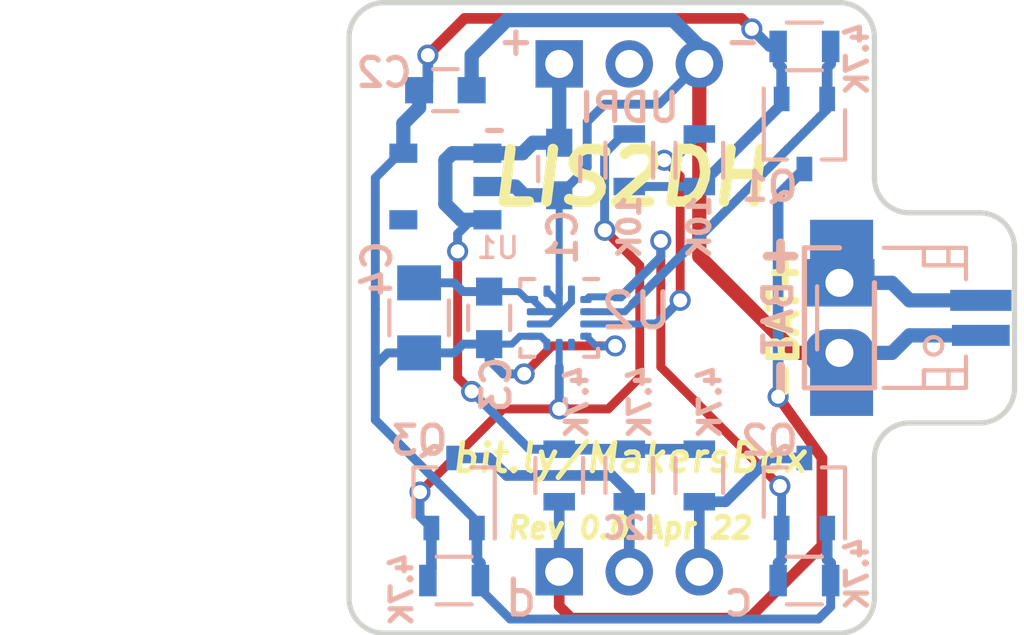
<source format=kicad_pcb>
(kicad_pcb (version 20171130) (host pcbnew "(5.1.10)-1")

  (general
    (thickness 1.6)
    (drawings 29)
    (tracks 197)
    (zones 0)
    (modules 21)
    (nets 12)
  )

  (page A)
  (title_block
    (title "Lights ATtiny826")
    (date 2022-03-18)
    (rev 0.0)
    (company www.MakersBox.us)
    (comment 1 648.ken@gmail.com)
  )

  (layers
    (0 F.Cu signal)
    (31 B.Cu signal)
    (32 B.Adhes user)
    (33 F.Adhes user)
    (34 B.Paste user)
    (35 F.Paste user)
    (36 B.SilkS user)
    (37 F.SilkS user)
    (38 B.Mask user)
    (39 F.Mask user)
    (40 Dwgs.User user)
    (41 Cmts.User user)
    (42 Eco1.User user)
    (43 Eco2.User user hide)
    (44 Edge.Cuts user)
    (45 Margin user)
    (46 B.CrtYd user)
    (47 F.CrtYd user)
    (48 B.Fab user)
    (49 F.Fab user)
  )

  (setup
    (last_trace_width 0.2)
    (user_trace_width 0.254)
    (user_trace_width 0.3048)
    (user_trace_width 0.4064)
    (user_trace_width 0.6096)
    (trace_clearance 0.127)
    (zone_clearance 0.508)
    (zone_45_only no)
    (trace_min 0.2)
    (via_size 0.6)
    (via_drill 0.4)
    (via_min_size 0.4)
    (via_min_drill 0.3)
    (uvia_size 0.3)
    (uvia_drill 0.1)
    (uvias_allowed no)
    (uvia_min_size 0.2)
    (uvia_min_drill 0.1)
    (edge_width 0.15)
    (segment_width 0.2)
    (pcb_text_width 0.3)
    (pcb_text_size 1.5 1.5)
    (mod_edge_width 0.15)
    (mod_text_size 1 1)
    (mod_text_width 0.15)
    (pad_size 0.8 0.2)
    (pad_drill 0)
    (pad_to_mask_clearance 0)
    (aux_axis_origin 0 0)
    (visible_elements 7FFFFFFF)
    (pcbplotparams
      (layerselection 0x00030_80000001)
      (usegerberextensions false)
      (usegerberattributes true)
      (usegerberadvancedattributes true)
      (creategerberjobfile true)
      (excludeedgelayer true)
      (linewidth 0.100000)
      (plotframeref false)
      (viasonmask false)
      (mode 1)
      (useauxorigin false)
      (hpglpennumber 1)
      (hpglpenspeed 20)
      (hpglpendiameter 15.000000)
      (psnegative false)
      (psa4output false)
      (plotreference true)
      (plotvalue true)
      (plotinvisibletext false)
      (padsonsilk false)
      (subtractmaskfromsilk false)
      (outputformat 1)
      (mirror false)
      (drillshape 0)
      (scaleselection 1)
      (outputdirectory ""))
  )

  (net 0 "")
  (net 1 GND)
  (net 2 "Net-(J1-Pad2)")
  (net 3 VCC)
  (net 4 +3V3)
  (net 5 /SCL)
  (net 6 /INT)
  (net 7 /SDA)
  (net 8 /SDA_3V3)
  (net 9 /SCL_3V3)
  (net 10 /INT_3V3)
  (net 11 "Net-(R7-Pad2)")

  (net_class Default "This is the default net class."
    (clearance 0.127)
    (trace_width 0.2)
    (via_dia 0.6)
    (via_drill 0.4)
    (uvia_dia 0.3)
    (uvia_drill 0.1)
    (add_net +3V3)
    (add_net /INT)
    (add_net /INT_3V3)
    (add_net /SCL)
    (add_net /SCL_3V3)
    (add_net /SDA)
    (add_net /SDA_3V3)
    (add_net GND)
    (add_net "Net-(J1-Pad2)")
    (add_net "Net-(R7-Pad2)")
    (add_net VCC)
  )

  (module footprints:PIN_HEADER_LED (layer B.Cu) (tedit 6234EFD3) (tstamp 60357F5B)
    (at 145 92 180)
    (descr "Through hole straight pin header, 1x02, 2.00mm pitch, single row")
    (tags "Through hole pin header THT 1x02 2.00mm single row")
    (path /60347008)
    (fp_text reference J2 (at 0 2.06 180) (layer B.SilkS) hide
      (effects (font (size 1 1) (thickness 0.15)) (justify mirror))
    )
    (fp_text value BAT (at 1.75 -1 270) (layer B.SilkS)
      (effects (font (size 0.8 0.8) (thickness 0.15)) (justify mirror))
    )
    (fp_line (start 1.5 1.5) (end -1.5 1.5) (layer B.CrtYd) (width 0.05))
    (fp_line (start 1.5 -3.5) (end 1.5 1.5) (layer B.CrtYd) (width 0.05))
    (fp_line (start -1.5 -3.5) (end 1.5 -3.5) (layer B.CrtYd) (width 0.05))
    (fp_line (start -1.5 1.5) (end -1.5 -3.5) (layer B.CrtYd) (width 0.05))
    (fp_line (start -1 0.5) (end -0.5 1) (layer B.Fab) (width 0.1))
    (fp_line (start -1 -3) (end -1 0.5) (layer B.Fab) (width 0.1))
    (fp_line (start 1 -3) (end -1 -3) (layer B.Fab) (width 0.1))
    (fp_line (start 1 1) (end 1 -3) (layer B.Fab) (width 0.1))
    (fp_line (start -0.5 1) (end 1 1) (layer B.Fab) (width 0.1))
    (fp_line (start 1 1) (end 0 1) (layer B.SilkS) (width 0.15))
    (fp_line (start 1 -3) (end 1 1) (layer B.SilkS) (width 0.15))
    (fp_line (start -1 -3) (end 1 -3) (layer B.SilkS) (width 0.15))
    (fp_line (start -1 0) (end -1 -3) (layer B.SilkS) (width 0.15))
    (fp_text user %R (at 0 -1 90) (layer B.Fab)
      (effects (font (size 1 1) (thickness 0.15)) (justify mirror))
    )
    (pad 1 thru_hole rect (at 0 0 180) (size 2 1.35) (drill 0.8) (layers *.Cu *.Mask)
      (net 2 "Net-(J1-Pad2)"))
    (pad 2 thru_hole oval (at 0 -2 180) (size 2 1.35) (drill 0.8) (layers *.Cu *.Mask)
      (net 1 GND))
    (model ${KISYS3DMOD}/Pin_Headers.3dshapes/Pin_Header_Straight_1x02_Pitch2.00mm.wrl
      (at (xyz 0 0 0))
      (scale (xyz 1 1 1))
      (rotate (xyz 0 0 0))
    )
  )

  (module footprints:JST_SH_SM02B_hand_solder (layer B.Cu) (tedit 6041D3AA) (tstamp 60425510)
    (at 147 93 90)
    (descr http://www.jst-mfg.com/product/pdf/eng/eSH.pdf)
    (tags "connector jst sh")
    (path /6041C3A6)
    (attr smd)
    (fp_text reference J1 (at -0.5 4 90) (layer B.SilkS) hide
      (effects (font (size 1 1) (thickness 0.15)) (justify mirror))
    )
    (fp_text value JST-SH (at 0 -4.5 90) (layer B.Fab)
      (effects (font (size 1 1) (thickness 0.15)) (justify mirror))
    )
    (fp_line (start 2.9 -3.35) (end -2.9 -3.35) (layer B.CrtYd) (width 0.05))
    (fp_line (start 2.9 3.25) (end 2.9 -3.35) (layer B.CrtYd) (width 0.05))
    (fp_line (start -2.9 3.25) (end 2.9 3.25) (layer B.CrtYd) (width 0.05))
    (fp_line (start -2.9 -3.35) (end -2.9 3.25) (layer B.CrtYd) (width 0.05))
    (fp_line (start 2 0.4125) (end 1.5 0.4125) (layer B.SilkS) (width 0.12))
    (fp_line (start 2 0.4125) (end 2 0.4125) (layer B.SilkS) (width 0.12))
    (fp_line (start 1.5 0.4125) (end 2 0.4125) (layer B.SilkS) (width 0.12))
    (fp_line (start 1.5 0.4125) (end 1.5 0.4125) (layer B.SilkS) (width 0.12))
    (fp_line (start 2 1.1125) (end 1.5 1.1125) (layer B.SilkS) (width 0.12))
    (fp_line (start 2 1.1125) (end 2 1.1125) (layer B.SilkS) (width 0.12))
    (fp_line (start 1.5 1.1125) (end 2 1.1125) (layer B.SilkS) (width 0.12))
    (fp_line (start 1.5 1.1125) (end 1.5 1.1125) (layer B.SilkS) (width 0.12))
    (fp_line (start 1.5 1.6125) (end 1.5 1.6125) (layer B.SilkS) (width 0.12))
    (fp_line (start 1.5 0.4125) (end 1.5 1.6125) (layer B.SilkS) (width 0.12))
    (fp_line (start 1.5 0.4125) (end 1.5 0.4125) (layer B.SilkS) (width 0.12))
    (fp_line (start 1.5 1.6125) (end 1.5 0.4125) (layer B.SilkS) (width 0.12))
    (fp_line (start 2 1.6125) (end 1.1 1.6125) (layer B.SilkS) (width 0.12))
    (fp_line (start 2 -0.7375) (end 2 1.6125) (layer B.SilkS) (width 0.12))
    (fp_line (start -2 0.4125) (end -1.5 0.4125) (layer B.SilkS) (width 0.12))
    (fp_line (start -2 0.4125) (end -2 0.4125) (layer B.SilkS) (width 0.12))
    (fp_line (start -1.5 0.4125) (end -2 0.4125) (layer B.SilkS) (width 0.12))
    (fp_line (start -1.5 0.4125) (end -1.5 0.4125) (layer B.SilkS) (width 0.12))
    (fp_line (start -2 1.1125) (end -1.5 1.1125) (layer B.SilkS) (width 0.12))
    (fp_line (start -2 1.1125) (end -2 1.1125) (layer B.SilkS) (width 0.12))
    (fp_line (start -1.5 1.1125) (end -2 1.1125) (layer B.SilkS) (width 0.12))
    (fp_line (start -1.5 1.1125) (end -1.5 1.1125) (layer B.SilkS) (width 0.12))
    (fp_line (start -1.5 1.6125) (end -1.5 1.6125) (layer B.SilkS) (width 0.12))
    (fp_line (start -1.5 0.4125) (end -1.5 1.6125) (layer B.SilkS) (width 0.12))
    (fp_line (start -1.5 0.4125) (end -1.5 0.4125) (layer B.SilkS) (width 0.12))
    (fp_line (start -1.5 1.6125) (end -1.5 0.4125) (layer B.SilkS) (width 0.12))
    (fp_line (start -2 1.6125) (end -1.1 1.6125) (layer B.SilkS) (width 0.12))
    (fp_line (start -2 -0.7375) (end -2 1.6125) (layer B.SilkS) (width 0.12))
    (fp_line (start -0.9 -2.6375) (end 0.9 -2.6375) (layer B.SilkS) (width 0.12))
    (fp_circle (center -0.8 0.6875) (end -0.55 0.6875) (layer B.SilkS) (width 0.12))
    (pad 1 smd rect (at -0.5 2.0375 90) (size 0.6 1.65) (layers B.Cu B.Paste B.Mask)
      (net 1 GND))
    (pad 2 smd rect (at 0.5 2.0375 90) (size 0.6 1.75) (layers B.Cu B.Paste B.Mask)
      (net 2 "Net-(J1-Pad2)"))
    (pad 1 smd rect (at -2 -1.9375 90) (size 1.6 1.8) (layers B.Cu B.Paste B.Mask)
      (net 1 GND))
    (pad 2 smd rect (at 2 -1.9375 90) (size 1.6 1.8) (layers B.Cu B.Paste B.Mask)
      (net 2 "Net-(J1-Pad2)"))
  )

  (module footprints:PinHeader_1x03_P2.00mm_Vertical (layer B.Cu) (tedit 624D22E6) (tstamp 625AF1CC)
    (at 137 85.75 270)
    (descr "Through hole straight pin header, 1x03, 2.00mm pitch, single row")
    (tags "Through hole pin header THT 1x03 2.00mm single row")
    (path /623F35D1)
    (fp_text reference J4 (at 0 2.06 90) (layer B.SilkS) hide
      (effects (font (size 1 1) (thickness 0.15)) (justify mirror))
    )
    (fp_text value UDPI (at 1.25 -2 180) (layer B.SilkS)
      (effects (font (size 0.8 0.8) (thickness 0.15)) (justify mirror))
    )
    (fp_line (start -0.5 1) (end 1 1) (layer B.Fab) (width 0.1))
    (fp_line (start 1 1) (end 1 -5) (layer B.Fab) (width 0.1))
    (fp_line (start 1 -5) (end -1 -5) (layer B.Fab) (width 0.1))
    (fp_line (start -1 -5) (end -1 0.5) (layer B.Fab) (width 0.1))
    (fp_line (start -1 0.5) (end -0.5 1) (layer B.Fab) (width 0.1))
    (fp_line (start -1.5 1.5) (end -1.5 -5.5) (layer B.CrtYd) (width 0.05))
    (fp_line (start -1.5 -5.5) (end 1.5 -5.5) (layer B.CrtYd) (width 0.05))
    (fp_line (start 1.5 -5.5) (end 1.5 1.5) (layer B.CrtYd) (width 0.05))
    (fp_line (start 1.5 1.5) (end -1.5 1.5) (layer B.CrtYd) (width 0.05))
    (fp_text user %R (at 0 -2 180) (layer B.Fab)
      (effects (font (size 1 1) (thickness 0.15)) (justify mirror))
    )
    (pad 3 thru_hole oval (at 0 -4 270) (size 1.35 1.35) (drill 0.8) (layers *.Cu *.Mask)
      (net 1 GND))
    (pad 2 thru_hole oval (at 0 -2 270) (size 1.35 1.35) (drill 0.8) (layers *.Cu *.Mask))
    (pad 1 thru_hole rect (at 0 0 270) (size 1.35 1.35) (drill 0.8) (layers *.Cu *.Mask)
      (net 3 VCC))
    (model ${KISYS3DMOD}/Connector_PinHeader_2.00mm.3dshapes/PinHeader_1x03_P2.00mm_Vertical.wrl
      (at (xyz 0 0 0))
      (scale (xyz 1 1 1))
      (rotate (xyz 0 0 0))
    )
  )

  (module footprints:PinHeader_1x03_P2.00mm_Vertical (layer B.Cu) (tedit 624D22E6) (tstamp 625AF103)
    (at 137 100.25 270)
    (descr "Through hole straight pin header, 1x03, 2.00mm pitch, single row")
    (tags "Through hole pin header THT 1x03 2.00mm single row")
    (path /625B2420)
    (fp_text reference J8 (at 0 2.06 270) (layer B.SilkS) hide
      (effects (font (size 1 1) (thickness 0.15)) (justify mirror))
    )
    (fp_text value I2C (at -1.25 -2) (layer B.SilkS)
      (effects (font (size 0.6 0.6) (thickness 0.15)) (justify mirror))
    )
    (fp_line (start 1.5 1.5) (end -1.5 1.5) (layer B.CrtYd) (width 0.05))
    (fp_line (start 1.5 -5.5) (end 1.5 1.5) (layer B.CrtYd) (width 0.05))
    (fp_line (start -1.5 -5.5) (end 1.5 -5.5) (layer B.CrtYd) (width 0.05))
    (fp_line (start -1.5 1.5) (end -1.5 -5.5) (layer B.CrtYd) (width 0.05))
    (fp_line (start -1 0.5) (end -0.5 1) (layer B.Fab) (width 0.1))
    (fp_line (start -1 -5) (end -1 0.5) (layer B.Fab) (width 0.1))
    (fp_line (start 1 -5) (end -1 -5) (layer B.Fab) (width 0.1))
    (fp_line (start 1 1) (end 1 -5) (layer B.Fab) (width 0.1))
    (fp_line (start -0.5 1) (end 1 1) (layer B.Fab) (width 0.1))
    (fp_text user %R (at 0 -2) (layer B.Fab)
      (effects (font (size 1 1) (thickness 0.15)) (justify mirror))
    )
    (pad 3 thru_hole oval (at 0 -4 270) (size 1.35 1.35) (drill 0.8) (layers *.Cu *.Mask)
      (net 5 /SCL))
    (pad 2 thru_hole oval (at 0 -2 270) (size 1.35 1.35) (drill 0.8) (layers *.Cu *.Mask)
      (net 6 /INT))
    (pad 1 thru_hole rect (at 0 0 270) (size 1.35 1.35) (drill 0.8) (layers *.Cu *.Mask)
      (net 7 /SDA))
    (model ${KISYS3DMOD}/Connector_PinHeader_2.00mm.3dshapes/PinHeader_1x03_P2.00mm_Vertical.wrl
      (at (xyz 0 0 0))
      (scale (xyz 1 1 1))
      (rotate (xyz 0 0 0))
    )
  )

  (module footprints:C_0603 (layer B.Cu) (tedit 59958EE7) (tstamp 625B6BF6)
    (at 137 88.75 270)
    (descr "Capacitor SMD 0603, reflow soldering, AVX (see smccp.pdf)")
    (tags "capacitor 0603")
    (path /62632022)
    (attr smd)
    (fp_text reference C1 (at 1.95 -0.1 270) (layer B.SilkS)
      (effects (font (size 0.8 0.8) (thickness 0.15)) (justify mirror))
    )
    (fp_text value 0.1uF (at 0 -1.5 270) (layer B.Fab)
      (effects (font (size 1 1) (thickness 0.15)) (justify mirror))
    )
    (fp_line (start 1.4 -0.65) (end -1.4 -0.65) (layer B.CrtYd) (width 0.05))
    (fp_line (start 1.4 -0.65) (end 1.4 0.65) (layer B.CrtYd) (width 0.05))
    (fp_line (start -1.4 0.65) (end -1.4 -0.65) (layer B.CrtYd) (width 0.05))
    (fp_line (start -1.4 0.65) (end 1.4 0.65) (layer B.CrtYd) (width 0.05))
    (fp_line (start 0.35 -0.6) (end -0.35 -0.6) (layer B.SilkS) (width 0.12))
    (fp_line (start -0.35 0.6) (end 0.35 0.6) (layer B.SilkS) (width 0.12))
    (fp_line (start -0.8 0.4) (end 0.8 0.4) (layer B.Fab) (width 0.1))
    (fp_line (start 0.8 0.4) (end 0.8 -0.4) (layer B.Fab) (width 0.1))
    (fp_line (start 0.8 -0.4) (end -0.8 -0.4) (layer B.Fab) (width 0.1))
    (fp_line (start -0.8 -0.4) (end -0.8 0.4) (layer B.Fab) (width 0.1))
    (fp_text user %R (at 0 0 270) (layer B.Fab)
      (effects (font (size 0.3 0.3) (thickness 0.075)) (justify mirror))
    )
    (pad 1 smd rect (at -0.75 0 270) (size 0.8 0.75) (layers B.Cu B.Paste B.Mask)
      (net 3 VCC))
    (pad 2 smd rect (at 0.75 0 270) (size 0.8 0.75) (layers B.Cu B.Paste B.Mask)
      (net 1 GND))
    (model Capacitors_SMD.3dshapes/C_0603.wrl
      (at (xyz 0 0 0))
      (scale (xyz 1 1 1))
      (rotate (xyz 0 0 0))
    )
  )

  (module footprints:C_0603 (layer B.Cu) (tedit 59958EE7) (tstamp 625B89EC)
    (at 133.75 86.5)
    (descr "Capacitor SMD 0603, reflow soldering, AVX (see smccp.pdf)")
    (tags "capacitor 0603")
    (path /6263275A)
    (attr smd)
    (fp_text reference C2 (at -1.75 -0.5 180) (layer B.SilkS)
      (effects (font (size 0.8 0.8) (thickness 0.15)) (justify mirror))
    )
    (fp_text value 0.1uF (at 0 -1.5 180) (layer B.Fab)
      (effects (font (size 1 1) (thickness 0.15)) (justify mirror))
    )
    (fp_line (start -0.8 -0.4) (end -0.8 0.4) (layer B.Fab) (width 0.1))
    (fp_line (start 0.8 -0.4) (end -0.8 -0.4) (layer B.Fab) (width 0.1))
    (fp_line (start 0.8 0.4) (end 0.8 -0.4) (layer B.Fab) (width 0.1))
    (fp_line (start -0.8 0.4) (end 0.8 0.4) (layer B.Fab) (width 0.1))
    (fp_line (start -0.35 0.6) (end 0.35 0.6) (layer B.SilkS) (width 0.12))
    (fp_line (start 0.35 -0.6) (end -0.35 -0.6) (layer B.SilkS) (width 0.12))
    (fp_line (start -1.4 0.65) (end 1.4 0.65) (layer B.CrtYd) (width 0.05))
    (fp_line (start -1.4 0.65) (end -1.4 -0.65) (layer B.CrtYd) (width 0.05))
    (fp_line (start 1.4 -0.65) (end 1.4 0.65) (layer B.CrtYd) (width 0.05))
    (fp_line (start 1.4 -0.65) (end -1.4 -0.65) (layer B.CrtYd) (width 0.05))
    (fp_text user %R (at 0 0 180) (layer B.Fab)
      (effects (font (size 0.3 0.3) (thickness 0.075)) (justify mirror))
    )
    (pad 2 smd rect (at 0.75 0) (size 0.8 0.75) (layers B.Cu B.Paste B.Mask)
      (net 1 GND))
    (pad 1 smd rect (at -0.75 0) (size 0.8 0.75) (layers B.Cu B.Paste B.Mask)
      (net 4 +3V3))
    (model Capacitors_SMD.3dshapes/C_0603.wrl
      (at (xyz 0 0 0))
      (scale (xyz 1 1 1))
      (rotate (xyz 0 0 0))
    )
  )

  (module Package_TO_SOT_SMD:SOT-323_SC-70 (layer B.Cu) (tedit 5A02FF57) (tstamp 625B8905)
    (at 144 87.75 270)
    (descr "SOT-323, SC-70")
    (tags "SOT-323 SC-70")
    (path /62635788)
    (attr smd)
    (fp_text reference Q1 (at 1.5 1 180) (layer B.SilkS)
      (effects (font (size 0.8 0.8) (thickness 0.15)) (justify mirror))
    )
    (fp_text value BSS138 (at -0.05 -2.05 270) (layer B.Fab)
      (effects (font (size 1 1) (thickness 0.15)) (justify mirror))
    )
    (fp_line (start 0.73 -0.5) (end 0.73 -1.16) (layer B.SilkS) (width 0.12))
    (fp_line (start 0.73 1.16) (end 0.73 0.5) (layer B.SilkS) (width 0.12))
    (fp_line (start 1.7 -1.3) (end -1.7 -1.3) (layer B.CrtYd) (width 0.05))
    (fp_line (start 1.7 1.3) (end 1.7 -1.3) (layer B.CrtYd) (width 0.05))
    (fp_line (start -1.7 1.3) (end 1.7 1.3) (layer B.CrtYd) (width 0.05))
    (fp_line (start -1.7 -1.3) (end -1.7 1.3) (layer B.CrtYd) (width 0.05))
    (fp_line (start 0.73 1.16) (end -1.3 1.16) (layer B.SilkS) (width 0.12))
    (fp_line (start -0.68 -1.16) (end 0.73 -1.16) (layer B.SilkS) (width 0.12))
    (fp_line (start 0.67 1.1) (end -0.18 1.1) (layer B.Fab) (width 0.1))
    (fp_line (start -0.68 0.6) (end -0.68 -1.1) (layer B.Fab) (width 0.1))
    (fp_line (start 0.67 1.1) (end 0.67 -1.1) (layer B.Fab) (width 0.1))
    (fp_line (start 0.67 -1.1) (end -0.68 -1.1) (layer B.Fab) (width 0.1))
    (fp_line (start -0.18 1.1) (end -0.68 0.6) (layer B.Fab) (width 0.1))
    (fp_text user %R (at 0 0) (layer B.Fab)
      (effects (font (size 0.5 0.5) (thickness 0.075)) (justify mirror))
    )
    (pad 3 smd rect (at 1 0) (size 0.45 0.7) (layers B.Cu B.Paste B.Mask)
      (net 7 /SDA))
    (pad 2 smd rect (at -1 -0.65) (size 0.45 0.7) (layers B.Cu B.Paste B.Mask)
      (net 8 /SDA_3V3))
    (pad 1 smd rect (at -1 0.65) (size 0.45 0.7) (layers B.Cu B.Paste B.Mask)
      (net 4 +3V3))
    (model ${KISYS3DMOD}/Package_TO_SOT_SMD.3dshapes/SOT-323_SC-70.wrl
      (at (xyz 0 0 0))
      (scale (xyz 1 1 1))
      (rotate (xyz 0 0 0))
    )
  )

  (module Package_TO_SOT_SMD:SOT-323_SC-70 (layer B.Cu) (tedit 5A02FF57) (tstamp 625B6C31)
    (at 144 98 90)
    (descr "SOT-323, SC-70")
    (tags "SOT-323 SC-70")
    (path /62649B2D)
    (attr smd)
    (fp_text reference Q2 (at 1.5 -1 -180) (layer B.SilkS)
      (effects (font (size 0.8 0.8) (thickness 0.15)) (justify mirror))
    )
    (fp_text value BSS138 (at -0.05 -2.05 -90) (layer B.Fab)
      (effects (font (size 1 1) (thickness 0.15)) (justify mirror))
    )
    (fp_line (start -0.18 1.1) (end -0.68 0.6) (layer B.Fab) (width 0.1))
    (fp_line (start 0.67 -1.1) (end -0.68 -1.1) (layer B.Fab) (width 0.1))
    (fp_line (start 0.67 1.1) (end 0.67 -1.1) (layer B.Fab) (width 0.1))
    (fp_line (start -0.68 0.6) (end -0.68 -1.1) (layer B.Fab) (width 0.1))
    (fp_line (start 0.67 1.1) (end -0.18 1.1) (layer B.Fab) (width 0.1))
    (fp_line (start -0.68 -1.16) (end 0.73 -1.16) (layer B.SilkS) (width 0.12))
    (fp_line (start 0.73 1.16) (end -1.3 1.16) (layer B.SilkS) (width 0.12))
    (fp_line (start -1.7 -1.3) (end -1.7 1.3) (layer B.CrtYd) (width 0.05))
    (fp_line (start -1.7 1.3) (end 1.7 1.3) (layer B.CrtYd) (width 0.05))
    (fp_line (start 1.7 1.3) (end 1.7 -1.3) (layer B.CrtYd) (width 0.05))
    (fp_line (start 1.7 -1.3) (end -1.7 -1.3) (layer B.CrtYd) (width 0.05))
    (fp_line (start 0.73 1.16) (end 0.73 0.5) (layer B.SilkS) (width 0.12))
    (fp_line (start 0.73 -0.5) (end 0.73 -1.16) (layer B.SilkS) (width 0.12))
    (fp_text user %R (at 0 0) (layer B.Fab)
      (effects (font (size 0.5 0.5) (thickness 0.075)) (justify mirror))
    )
    (pad 1 smd rect (at -1 0.65 180) (size 0.45 0.7) (layers B.Cu B.Paste B.Mask)
      (net 4 +3V3))
    (pad 2 smd rect (at -1 -0.65 180) (size 0.45 0.7) (layers B.Cu B.Paste B.Mask)
      (net 9 /SCL_3V3))
    (pad 3 smd rect (at 1 0 180) (size 0.45 0.7) (layers B.Cu B.Paste B.Mask)
      (net 5 /SCL))
    (model ${KISYS3DMOD}/Package_TO_SOT_SMD.3dshapes/SOT-323_SC-70.wrl
      (at (xyz 0 0 0))
      (scale (xyz 1 1 1))
      (rotate (xyz 0 0 0))
    )
  )

  (module Package_TO_SOT_SMD:SOT-323_SC-70 (layer B.Cu) (tedit 5A02FF57) (tstamp 625B74F9)
    (at 134 98 90)
    (descr "SOT-323, SC-70")
    (tags "SOT-323 SC-70")
    (path /6264F167)
    (attr smd)
    (fp_text reference Q3 (at 1.5 -1 180) (layer B.SilkS)
      (effects (font (size 0.8 0.8) (thickness 0.15)) (justify mirror))
    )
    (fp_text value BSS138 (at -0.05 -2.05 -90) (layer B.Fab)
      (effects (font (size 1 1) (thickness 0.15)) (justify mirror))
    )
    (fp_line (start -0.18 1.1) (end -0.68 0.6) (layer B.Fab) (width 0.1))
    (fp_line (start 0.67 -1.1) (end -0.68 -1.1) (layer B.Fab) (width 0.1))
    (fp_line (start 0.67 1.1) (end 0.67 -1.1) (layer B.Fab) (width 0.1))
    (fp_line (start -0.68 0.6) (end -0.68 -1.1) (layer B.Fab) (width 0.1))
    (fp_line (start 0.67 1.1) (end -0.18 1.1) (layer B.Fab) (width 0.1))
    (fp_line (start -0.68 -1.16) (end 0.73 -1.16) (layer B.SilkS) (width 0.12))
    (fp_line (start 0.73 1.16) (end -1.3 1.16) (layer B.SilkS) (width 0.12))
    (fp_line (start -1.7 -1.3) (end -1.7 1.3) (layer B.CrtYd) (width 0.05))
    (fp_line (start -1.7 1.3) (end 1.7 1.3) (layer B.CrtYd) (width 0.05))
    (fp_line (start 1.7 1.3) (end 1.7 -1.3) (layer B.CrtYd) (width 0.05))
    (fp_line (start 1.7 -1.3) (end -1.7 -1.3) (layer B.CrtYd) (width 0.05))
    (fp_line (start 0.73 1.16) (end 0.73 0.5) (layer B.SilkS) (width 0.12))
    (fp_line (start 0.73 -0.5) (end 0.73 -1.16) (layer B.SilkS) (width 0.12))
    (fp_text user %R (at 0 0) (layer B.Fab)
      (effects (font (size 0.5 0.5) (thickness 0.075)) (justify mirror))
    )
    (pad 1 smd rect (at -1 0.65 180) (size 0.45 0.7) (layers B.Cu B.Paste B.Mask)
      (net 4 +3V3))
    (pad 2 smd rect (at -1 -0.65 180) (size 0.45 0.7) (layers B.Cu B.Paste B.Mask)
      (net 10 /INT_3V3))
    (pad 3 smd rect (at 1 0 180) (size 0.45 0.7) (layers B.Cu B.Paste B.Mask)
      (net 6 /INT))
    (model ${KISYS3DMOD}/Package_TO_SOT_SMD.3dshapes/SOT-323_SC-70.wrl
      (at (xyz 0 0 0))
      (scale (xyz 1 1 1))
      (rotate (xyz 0 0 0))
    )
  )

  (module footprints:R_0603 (layer B.Cu) (tedit 624CF025) (tstamp 625B6C57)
    (at 137 97.5 270)
    (descr "Resistor SMD 0603, reflow soldering, Vishay (see dcrcw.pdf)")
    (tags "resistor 0603")
    (path /62641D17)
    (attr smd)
    (fp_text reference R1 (at 0 0 90) (layer B.SilkS) hide
      (effects (font (size 0.4 0.4) (thickness 0.1)) (justify mirror))
    )
    (fp_text value 4.7K (at -2.1 -0.5 90) (layer B.SilkS)
      (effects (font (size 0.6 0.6) (thickness 0.15)) (justify mirror))
    )
    (fp_line (start -0.8 -0.4) (end -0.8 0.4) (layer B.Fab) (width 0.1))
    (fp_line (start 0.8 -0.4) (end -0.8 -0.4) (layer B.Fab) (width 0.1))
    (fp_line (start 0.8 0.4) (end 0.8 -0.4) (layer B.Fab) (width 0.1))
    (fp_line (start -0.8 0.4) (end 0.8 0.4) (layer B.Fab) (width 0.1))
    (fp_line (start 0.5 -0.68) (end -0.5 -0.68) (layer B.SilkS) (width 0.12))
    (fp_line (start -0.5 0.68) (end 0.5 0.68) (layer B.SilkS) (width 0.12))
    (fp_line (start -1.25 0.7) (end 1.25 0.7) (layer B.CrtYd) (width 0.05))
    (fp_line (start -1.25 0.7) (end -1.25 -0.7) (layer B.CrtYd) (width 0.05))
    (fp_line (start 1.25 -0.7) (end 1.25 0.7) (layer B.CrtYd) (width 0.05))
    (fp_line (start 1.25 -0.7) (end -1.25 -0.7) (layer B.CrtYd) (width 0.05))
    (fp_text user %R (at 0 0 90) (layer B.Fab)
      (effects (font (size 0.4 0.4) (thickness 0.075)) (justify mirror))
    )
    (pad 2 smd rect (at 0.75 0 270) (size 0.5 0.9) (layers B.Cu B.Paste B.Mask)
      (net 7 /SDA))
    (pad 1 smd rect (at -0.75 0 270) (size 0.5 0.9) (layers B.Cu B.Paste B.Mask)
      (net 3 VCC))
    (model ${KISYS3DMOD}/Resistors_SMD.3dshapes/R_0603.wrl
      (at (xyz 0 0 0))
      (scale (xyz 1 1 1))
      (rotate (xyz 0 0 0))
    )
  )

  (module footprints:R_0603 (layer B.Cu) (tedit 624CF025) (tstamp 625B6C68)
    (at 141 97.5 270)
    (descr "Resistor SMD 0603, reflow soldering, Vishay (see dcrcw.pdf)")
    (tags "resistor 0603")
    (path /62649B45)
    (attr smd)
    (fp_text reference R2 (at 0 0 90) (layer B.SilkS) hide
      (effects (font (size 0.4 0.4) (thickness 0.1)) (justify mirror))
    )
    (fp_text value 4.7K (at -2.1 -0.3 90) (layer B.SilkS)
      (effects (font (size 0.6 0.6) (thickness 0.15)) (justify mirror))
    )
    (fp_line (start 1.25 -0.7) (end -1.25 -0.7) (layer B.CrtYd) (width 0.05))
    (fp_line (start 1.25 -0.7) (end 1.25 0.7) (layer B.CrtYd) (width 0.05))
    (fp_line (start -1.25 0.7) (end -1.25 -0.7) (layer B.CrtYd) (width 0.05))
    (fp_line (start -1.25 0.7) (end 1.25 0.7) (layer B.CrtYd) (width 0.05))
    (fp_line (start -0.5 0.68) (end 0.5 0.68) (layer B.SilkS) (width 0.12))
    (fp_line (start 0.5 -0.68) (end -0.5 -0.68) (layer B.SilkS) (width 0.12))
    (fp_line (start -0.8 0.4) (end 0.8 0.4) (layer B.Fab) (width 0.1))
    (fp_line (start 0.8 0.4) (end 0.8 -0.4) (layer B.Fab) (width 0.1))
    (fp_line (start 0.8 -0.4) (end -0.8 -0.4) (layer B.Fab) (width 0.1))
    (fp_line (start -0.8 -0.4) (end -0.8 0.4) (layer B.Fab) (width 0.1))
    (fp_text user %R (at 0 0 90) (layer B.Fab)
      (effects (font (size 0.4 0.4) (thickness 0.075)) (justify mirror))
    )
    (pad 1 smd rect (at -0.75 0 270) (size 0.5 0.9) (layers B.Cu B.Paste B.Mask)
      (net 3 VCC))
    (pad 2 smd rect (at 0.75 0 270) (size 0.5 0.9) (layers B.Cu B.Paste B.Mask)
      (net 5 /SCL))
    (model ${KISYS3DMOD}/Resistors_SMD.3dshapes/R_0603.wrl
      (at (xyz 0 0 0))
      (scale (xyz 1 1 1))
      (rotate (xyz 0 0 0))
    )
  )

  (module footprints:R_0603 (layer B.Cu) (tedit 624CF025) (tstamp 625B7EB7)
    (at 139 97.5 270)
    (descr "Resistor SMD 0603, reflow soldering, Vishay (see dcrcw.pdf)")
    (tags "resistor 0603")
    (path /6264F17F)
    (attr smd)
    (fp_text reference R3 (at 0 0 90) (layer B.SilkS) hide
      (effects (font (size 0.4 0.4) (thickness 0.1)) (justify mirror))
    )
    (fp_text value 4.7K (at -2.1 -0.3 90) (layer B.SilkS)
      (effects (font (size 0.6 0.6) (thickness 0.15)) (justify mirror))
    )
    (fp_line (start 1.25 -0.7) (end -1.25 -0.7) (layer B.CrtYd) (width 0.05))
    (fp_line (start 1.25 -0.7) (end 1.25 0.7) (layer B.CrtYd) (width 0.05))
    (fp_line (start -1.25 0.7) (end -1.25 -0.7) (layer B.CrtYd) (width 0.05))
    (fp_line (start -1.25 0.7) (end 1.25 0.7) (layer B.CrtYd) (width 0.05))
    (fp_line (start -0.5 0.68) (end 0.5 0.68) (layer B.SilkS) (width 0.12))
    (fp_line (start 0.5 -0.68) (end -0.5 -0.68) (layer B.SilkS) (width 0.12))
    (fp_line (start -0.8 0.4) (end 0.8 0.4) (layer B.Fab) (width 0.1))
    (fp_line (start 0.8 0.4) (end 0.8 -0.4) (layer B.Fab) (width 0.1))
    (fp_line (start 0.8 -0.4) (end -0.8 -0.4) (layer B.Fab) (width 0.1))
    (fp_line (start -0.8 -0.4) (end -0.8 0.4) (layer B.Fab) (width 0.1))
    (fp_text user %R (at 0 0 90) (layer B.Fab)
      (effects (font (size 0.4 0.4) (thickness 0.075)) (justify mirror))
    )
    (pad 1 smd rect (at -0.75 0 270) (size 0.5 0.9) (layers B.Cu B.Paste B.Mask)
      (net 3 VCC))
    (pad 2 smd rect (at 0.75 0 270) (size 0.5 0.9) (layers B.Cu B.Paste B.Mask)
      (net 6 /INT))
    (model ${KISYS3DMOD}/Resistors_SMD.3dshapes/R_0603.wrl
      (at (xyz 0 0 0))
      (scale (xyz 1 1 1))
      (rotate (xyz 0 0 0))
    )
  )

  (module footprints:R_0603 (layer B.Cu) (tedit 624CF025) (tstamp 625B6C8A)
    (at 144 85.25)
    (descr "Resistor SMD 0603, reflow soldering, Vishay (see dcrcw.pdf)")
    (tags "resistor 0603")
    (path /62647902)
    (attr smd)
    (fp_text reference R4 (at 0 0) (layer B.SilkS) hide
      (effects (font (size 0.4 0.4) (thickness 0.1)) (justify mirror))
    )
    (fp_text value 4.7K (at 1.5 0.35 90) (layer B.SilkS)
      (effects (font (size 0.6 0.6) (thickness 0.15)) (justify mirror))
    )
    (fp_line (start 1.25 -0.7) (end -1.25 -0.7) (layer B.CrtYd) (width 0.05))
    (fp_line (start 1.25 -0.7) (end 1.25 0.7) (layer B.CrtYd) (width 0.05))
    (fp_line (start -1.25 0.7) (end -1.25 -0.7) (layer B.CrtYd) (width 0.05))
    (fp_line (start -1.25 0.7) (end 1.25 0.7) (layer B.CrtYd) (width 0.05))
    (fp_line (start -0.5 0.68) (end 0.5 0.68) (layer B.SilkS) (width 0.12))
    (fp_line (start 0.5 -0.68) (end -0.5 -0.68) (layer B.SilkS) (width 0.12))
    (fp_line (start -0.8 0.4) (end 0.8 0.4) (layer B.Fab) (width 0.1))
    (fp_line (start 0.8 0.4) (end 0.8 -0.4) (layer B.Fab) (width 0.1))
    (fp_line (start 0.8 -0.4) (end -0.8 -0.4) (layer B.Fab) (width 0.1))
    (fp_line (start -0.8 -0.4) (end -0.8 0.4) (layer B.Fab) (width 0.1))
    (fp_text user %R (at 0 0) (layer B.Fab)
      (effects (font (size 0.4 0.4) (thickness 0.075)) (justify mirror))
    )
    (pad 1 smd rect (at -0.75 0) (size 0.5 0.9) (layers B.Cu B.Paste B.Mask)
      (net 4 +3V3))
    (pad 2 smd rect (at 0.75 0) (size 0.5 0.9) (layers B.Cu B.Paste B.Mask)
      (net 8 /SDA_3V3))
    (model ${KISYS3DMOD}/Resistors_SMD.3dshapes/R_0603.wrl
      (at (xyz 0 0 0))
      (scale (xyz 1 1 1))
      (rotate (xyz 0 0 0))
    )
  )

  (module footprints:R_0603 (layer B.Cu) (tedit 624CF025) (tstamp 625B6C9B)
    (at 144 100.5 180)
    (descr "Resistor SMD 0603, reflow soldering, Vishay (see dcrcw.pdf)")
    (tags "resistor 0603")
    (path /62649B5D)
    (attr smd)
    (fp_text reference R5 (at 0 0) (layer B.SilkS) hide
      (effects (font (size 0.4 0.4) (thickness 0.1)) (justify mirror))
    )
    (fp_text value 4.7K (at -1.5 0.2 90) (layer B.SilkS)
      (effects (font (size 0.6 0.6) (thickness 0.15)) (justify mirror))
    )
    (fp_line (start -0.8 -0.4) (end -0.8 0.4) (layer B.Fab) (width 0.1))
    (fp_line (start 0.8 -0.4) (end -0.8 -0.4) (layer B.Fab) (width 0.1))
    (fp_line (start 0.8 0.4) (end 0.8 -0.4) (layer B.Fab) (width 0.1))
    (fp_line (start -0.8 0.4) (end 0.8 0.4) (layer B.Fab) (width 0.1))
    (fp_line (start 0.5 -0.68) (end -0.5 -0.68) (layer B.SilkS) (width 0.12))
    (fp_line (start -0.5 0.68) (end 0.5 0.68) (layer B.SilkS) (width 0.12))
    (fp_line (start -1.25 0.7) (end 1.25 0.7) (layer B.CrtYd) (width 0.05))
    (fp_line (start -1.25 0.7) (end -1.25 -0.7) (layer B.CrtYd) (width 0.05))
    (fp_line (start 1.25 -0.7) (end 1.25 0.7) (layer B.CrtYd) (width 0.05))
    (fp_line (start 1.25 -0.7) (end -1.25 -0.7) (layer B.CrtYd) (width 0.05))
    (fp_text user %R (at 0 0) (layer B.Fab)
      (effects (font (size 0.4 0.4) (thickness 0.075)) (justify mirror))
    )
    (pad 2 smd rect (at 0.75 0 180) (size 0.5 0.9) (layers B.Cu B.Paste B.Mask)
      (net 9 /SCL_3V3))
    (pad 1 smd rect (at -0.75 0 180) (size 0.5 0.9) (layers B.Cu B.Paste B.Mask)
      (net 4 +3V3))
    (model ${KISYS3DMOD}/Resistors_SMD.3dshapes/R_0603.wrl
      (at (xyz 0 0 0))
      (scale (xyz 1 1 1))
      (rotate (xyz 0 0 0))
    )
  )

  (module footprints:R_0603 (layer B.Cu) (tedit 624CF025) (tstamp 625B8010)
    (at 134 100.5 180)
    (descr "Resistor SMD 0603, reflow soldering, Vishay (see dcrcw.pdf)")
    (tags "resistor 0603")
    (path /6264F197)
    (attr smd)
    (fp_text reference R6 (at 0 0) (layer B.SilkS) hide
      (effects (font (size 0.4 0.4) (thickness 0.1)) (justify mirror))
    )
    (fp_text value 4.7K (at 1.5 -0.25 90) (layer B.SilkS)
      (effects (font (size 0.6 0.6) (thickness 0.15)) (justify mirror))
    )
    (fp_line (start -0.8 -0.4) (end -0.8 0.4) (layer B.Fab) (width 0.1))
    (fp_line (start 0.8 -0.4) (end -0.8 -0.4) (layer B.Fab) (width 0.1))
    (fp_line (start 0.8 0.4) (end 0.8 -0.4) (layer B.Fab) (width 0.1))
    (fp_line (start -0.8 0.4) (end 0.8 0.4) (layer B.Fab) (width 0.1))
    (fp_line (start 0.5 -0.68) (end -0.5 -0.68) (layer B.SilkS) (width 0.12))
    (fp_line (start -0.5 0.68) (end 0.5 0.68) (layer B.SilkS) (width 0.12))
    (fp_line (start -1.25 0.7) (end 1.25 0.7) (layer B.CrtYd) (width 0.05))
    (fp_line (start -1.25 0.7) (end -1.25 -0.7) (layer B.CrtYd) (width 0.05))
    (fp_line (start 1.25 -0.7) (end 1.25 0.7) (layer B.CrtYd) (width 0.05))
    (fp_line (start 1.25 -0.7) (end -1.25 -0.7) (layer B.CrtYd) (width 0.05))
    (fp_text user %R (at 0 0) (layer B.Fab)
      (effects (font (size 0.4 0.4) (thickness 0.075)) (justify mirror))
    )
    (pad 2 smd rect (at 0.75 0 180) (size 0.5 0.9) (layers B.Cu B.Paste B.Mask)
      (net 10 /INT_3V3))
    (pad 1 smd rect (at -0.75 0 180) (size 0.5 0.9) (layers B.Cu B.Paste B.Mask)
      (net 4 +3V3))
    (model ${KISYS3DMOD}/Resistors_SMD.3dshapes/R_0603.wrl
      (at (xyz 0 0 0))
      (scale (xyz 1 1 1))
      (rotate (xyz 0 0 0))
    )
  )

  (module footprints:R_0603 (layer B.Cu) (tedit 624CF025) (tstamp 625B6CBD)
    (at 141 88.5 90)
    (descr "Resistor SMD 0603, reflow soldering, Vishay (see dcrcw.pdf)")
    (tags "resistor 0603")
    (path /62660D7F)
    (attr smd)
    (fp_text reference R7 (at 0 0 90) (layer B.SilkS) hide
      (effects (font (size 0.4 0.4) (thickness 0.1)) (justify mirror))
    )
    (fp_text value 10K (at -1.9 0 90) (layer B.SilkS)
      (effects (font (size 0.6 0.6) (thickness 0.15)) (justify mirror))
    )
    (fp_line (start -0.8 -0.4) (end -0.8 0.4) (layer B.Fab) (width 0.1))
    (fp_line (start 0.8 -0.4) (end -0.8 -0.4) (layer B.Fab) (width 0.1))
    (fp_line (start 0.8 0.4) (end 0.8 -0.4) (layer B.Fab) (width 0.1))
    (fp_line (start -0.8 0.4) (end 0.8 0.4) (layer B.Fab) (width 0.1))
    (fp_line (start 0.5 -0.68) (end -0.5 -0.68) (layer B.SilkS) (width 0.12))
    (fp_line (start -0.5 0.68) (end 0.5 0.68) (layer B.SilkS) (width 0.12))
    (fp_line (start -1.25 0.7) (end 1.25 0.7) (layer B.CrtYd) (width 0.05))
    (fp_line (start -1.25 0.7) (end -1.25 -0.7) (layer B.CrtYd) (width 0.05))
    (fp_line (start 1.25 -0.7) (end 1.25 0.7) (layer B.CrtYd) (width 0.05))
    (fp_line (start 1.25 -0.7) (end -1.25 -0.7) (layer B.CrtYd) (width 0.05))
    (fp_text user %R (at 0 0 90) (layer B.Fab)
      (effects (font (size 0.4 0.4) (thickness 0.075)) (justify mirror))
    )
    (pad 2 smd rect (at 0.75 0 90) (size 0.5 0.9) (layers B.Cu B.Paste B.Mask)
      (net 11 "Net-(R7-Pad2)"))
    (pad 1 smd rect (at -0.75 0 90) (size 0.5 0.9) (layers B.Cu B.Paste B.Mask)
      (net 4 +3V3))
    (model ${KISYS3DMOD}/Resistors_SMD.3dshapes/R_0603.wrl
      (at (xyz 0 0 0))
      (scale (xyz 1 1 1))
      (rotate (xyz 0 0 0))
    )
  )

  (module footprints:R_0603 (layer B.Cu) (tedit 624CF025) (tstamp 625B6CCE)
    (at 139 88.5 90)
    (descr "Resistor SMD 0603, reflow soldering, Vishay (see dcrcw.pdf)")
    (tags "resistor 0603")
    (path /6265D5B5)
    (attr smd)
    (fp_text reference R8 (at 0 0 90) (layer B.SilkS) hide
      (effects (font (size 0.4 0.4) (thickness 0.1)) (justify mirror))
    )
    (fp_text value 10K (at -1.9 0 90) (layer B.SilkS)
      (effects (font (size 0.6 0.6) (thickness 0.15)) (justify mirror))
    )
    (fp_line (start 1.25 -0.7) (end -1.25 -0.7) (layer B.CrtYd) (width 0.05))
    (fp_line (start 1.25 -0.7) (end 1.25 0.7) (layer B.CrtYd) (width 0.05))
    (fp_line (start -1.25 0.7) (end -1.25 -0.7) (layer B.CrtYd) (width 0.05))
    (fp_line (start -1.25 0.7) (end 1.25 0.7) (layer B.CrtYd) (width 0.05))
    (fp_line (start -0.5 0.68) (end 0.5 0.68) (layer B.SilkS) (width 0.12))
    (fp_line (start 0.5 -0.68) (end -0.5 -0.68) (layer B.SilkS) (width 0.12))
    (fp_line (start -0.8 0.4) (end 0.8 0.4) (layer B.Fab) (width 0.1))
    (fp_line (start 0.8 0.4) (end 0.8 -0.4) (layer B.Fab) (width 0.1))
    (fp_line (start 0.8 -0.4) (end -0.8 -0.4) (layer B.Fab) (width 0.1))
    (fp_line (start -0.8 -0.4) (end -0.8 0.4) (layer B.Fab) (width 0.1))
    (fp_text user %R (at 0 0 90) (layer B.Fab)
      (effects (font (size 0.4 0.4) (thickness 0.075)) (justify mirror))
    )
    (pad 1 smd rect (at -0.75 0 90) (size 0.5 0.9) (layers B.Cu B.Paste B.Mask)
      (net 4 +3V3))
    (pad 2 smd rect (at 0.75 0 90) (size 0.5 0.9) (layers B.Cu B.Paste B.Mask)
      (net 10 /INT_3V3))
    (model ${KISYS3DMOD}/Resistors_SMD.3dshapes/R_0603.wrl
      (at (xyz 0 0 0))
      (scale (xyz 1 1 1))
      (rotate (xyz 0 0 0))
    )
  )

  (module footprints:SOT-753 (layer B.Cu) (tedit 5919A792) (tstamp 625B8B6A)
    (at 133.75 89.25 270)
    (path /6262E81D)
    (solder_mask_margin 0.05)
    (attr smd)
    (fp_text reference U1 (at 1.75 -1.5) (layer B.SilkS)
      (effects (font (size 0.6 0.6) (thickness 0.1)) (justify mirror))
    )
    (fp_text value "Linear 3.3V" (at 0 -2 270) (layer B.Fab) hide
      (effects (font (size 0.4 0.4) (thickness 0.1)) (justify mirror))
    )
    (fp_line (start 1.5 -0.9) (end 1.5 0.9) (layer B.Fab) (width 0.15))
    (fp_line (start -1.5 -0.9) (end 1.5 -0.9) (layer B.Fab) (width 0.15))
    (fp_line (start -1.5 0.9) (end -1.5 -0.9) (layer B.Fab) (width 0.15))
    (fp_line (start 1.5 0.9) (end -1.5 0.9) (layer B.Fab) (width 0.15))
    (fp_line (start -1.6 -1.2) (end -1.6 -1.6) (layer B.SilkS) (width 0.15))
    (fp_line (start -1.6 1.6) (end 1.6 1.6) (layer B.CrtYd) (width 0.05))
    (fp_line (start -1.6 -1.6) (end 1.6 -1.6) (layer B.CrtYd) (width 0.05))
    (fp_line (start -1.6 1.6) (end -1.6 -1.6) (layer B.CrtYd) (width 0.05))
    (fp_line (start 1.6 1.6) (end 1.6 -1.6) (layer B.CrtYd) (width 0.05))
    (fp_line (start -1 -0.9) (end -1.2 -0.5) (layer B.Fab) (width 0.15))
    (fp_line (start -1.2 -0.5) (end -0.7 -0.5) (layer B.Fab) (width 0.15))
    (fp_line (start -0.7 -0.5) (end -0.9 -0.9) (layer B.Fab) (width 0.15))
    (fp_line (start -0.95 1.5) (end -0.95 0.9) (layer B.Fab) (width 0.15))
    (fp_line (start 0.95 1.5) (end 0.95 0.9) (layer B.Fab) (width 0.15))
    (fp_line (start 0.95 -1.5) (end 0.95 -0.9) (layer B.Fab) (width 0.15))
    (fp_line (start 0 -1.5) (end 0 -0.9) (layer B.Fab) (width 0.15))
    (fp_line (start -0.95 -1.5) (end -0.95 -0.9) (layer B.Fab) (width 0.15))
    (fp_text user %R (at 0.25 -0.1 270) (layer B.Fab)
      (effects (font (size 0.6 0.6) (thickness 0.1)) (justify mirror))
    )
    (pad 1 smd rect (at -0.95 -1.2 270) (size 0.55 0.8) (layers B.Cu B.Paste B.Mask)
      (net 3 VCC))
    (pad 3 smd rect (at 0.95 -1.2 270) (size 0.55 0.8) (layers B.Cu B.Paste B.Mask)
      (net 3 VCC))
    (pad 2 smd rect (at 0 -1.2 270) (size 0.55 0.8) (layers B.Cu B.Paste B.Mask)
      (net 1 GND))
    (pad 4 smd rect (at 0.95 1.2 270) (size 0.55 0.8) (layers B.Cu B.Paste B.Mask))
    (pad 5 smd rect (at -0.95 1.2 270) (size 0.55 0.8) (layers B.Cu B.Paste B.Mask)
      (net 4 +3V3))
    (model "C:/Cad/Footprint/SOT/3D/User Library-SOT753.step"
      (at (xyz 0 0 0))
      (scale (xyz 1 1 1))
      (rotate (xyz 0 0 90))
    )
  )

  (module footprints:C_0603 (layer B.Cu) (tedit 59958EE7) (tstamp 625B9844)
    (at 135 93 90)
    (descr "Capacitor SMD 0603, reflow soldering, AVX (see smccp.pdf)")
    (tags "capacitor 0603")
    (path /62695570)
    (attr smd)
    (fp_text reference C3 (at -1.9 0.2 270) (layer B.SilkS)
      (effects (font (size 0.8 0.8) (thickness 0.15)) (justify mirror))
    )
    (fp_text value 0.1uF (at 0 -1.5 270) (layer B.Fab)
      (effects (font (size 1 1) (thickness 0.15)) (justify mirror))
    )
    (fp_line (start -0.8 -0.4) (end -0.8 0.4) (layer B.Fab) (width 0.1))
    (fp_line (start 0.8 -0.4) (end -0.8 -0.4) (layer B.Fab) (width 0.1))
    (fp_line (start 0.8 0.4) (end 0.8 -0.4) (layer B.Fab) (width 0.1))
    (fp_line (start -0.8 0.4) (end 0.8 0.4) (layer B.Fab) (width 0.1))
    (fp_line (start -0.35 0.6) (end 0.35 0.6) (layer B.SilkS) (width 0.12))
    (fp_line (start 0.35 -0.6) (end -0.35 -0.6) (layer B.SilkS) (width 0.12))
    (fp_line (start -1.4 0.65) (end 1.4 0.65) (layer B.CrtYd) (width 0.05))
    (fp_line (start -1.4 0.65) (end -1.4 -0.65) (layer B.CrtYd) (width 0.05))
    (fp_line (start 1.4 -0.65) (end 1.4 0.65) (layer B.CrtYd) (width 0.05))
    (fp_line (start 1.4 -0.65) (end -1.4 -0.65) (layer B.CrtYd) (width 0.05))
    (fp_text user %R (at 0 0 270) (layer B.Fab)
      (effects (font (size 0.3 0.3) (thickness 0.075)) (justify mirror))
    )
    (pad 2 smd rect (at 0.75 0 90) (size 0.8 0.75) (layers B.Cu B.Paste B.Mask)
      (net 1 GND))
    (pad 1 smd rect (at -0.75 0 90) (size 0.8 0.75) (layers B.Cu B.Paste B.Mask)
      (net 4 +3V3))
    (model Capacitors_SMD.3dshapes/C_0603.wrl
      (at (xyz 0 0 0))
      (scale (xyz 1 1 1))
      (rotate (xyz 0 0 0))
    )
  )

  (module Package_LGA:LGA-14_2x2mm_P0.35mm_LayoutBorder3x4y (layer B.Cu) (tedit 5D9F7937) (tstamp 625B9706)
    (at 137 93 180)
    (descr "LGA, 14 Pin (http://www.st.com/resource/en/datasheet/lis2dh.pdf), generated with kicad-footprint-generator ipc_noLead_generator.py")
    (tags "LGA NoLead")
    (path /626D5FD8)
    (clearance 0.05)
    (attr smd)
    (fp_text reference U2 (at -2.2 0.2) (layer B.SilkS)
      (effects (font (size 1 1) (thickness 0.15)) (justify mirror))
    )
    (fp_text value LIS2DH (at 0 -1.8) (layer B.Fab)
      (effects (font (size 1 1) (thickness 0.15)) (justify mirror))
    )
    (fp_line (start 0.71 1.11) (end 1.11 1.11) (layer B.SilkS) (width 0.12))
    (fp_line (start 1.11 1.11) (end 1.11 0.885) (layer B.SilkS) (width 0.12))
    (fp_line (start -0.71 -1.11) (end -1.11 -1.11) (layer B.SilkS) (width 0.12))
    (fp_line (start -1.11 -1.11) (end -1.11 -0.885) (layer B.SilkS) (width 0.12))
    (fp_line (start 0.71 -1.11) (end 1.11 -1.11) (layer B.SilkS) (width 0.12))
    (fp_line (start 1.11 -1.11) (end 1.11 -0.885) (layer B.SilkS) (width 0.12))
    (fp_line (start -0.71 1.11) (end -1.11 1.11) (layer B.SilkS) (width 0.12))
    (fp_line (start -0.5 1) (end 1 1) (layer B.Fab) (width 0.1))
    (fp_line (start 1 1) (end 1 -1) (layer B.Fab) (width 0.1))
    (fp_line (start 1 -1) (end -1 -1) (layer B.Fab) (width 0.1))
    (fp_line (start -1 -1) (end -1 0.5) (layer B.Fab) (width 0.1))
    (fp_line (start -1 0.5) (end -0.5 1) (layer B.Fab) (width 0.1))
    (fp_line (start -1.1 1.1) (end -1.1 -1.1) (layer B.CrtYd) (width 0.05))
    (fp_line (start -1.1 -1.1) (end 1.1 -1.1) (layer B.CrtYd) (width 0.05))
    (fp_line (start 1.1 -1.1) (end 1.1 1.1) (layer B.CrtYd) (width 0.05))
    (fp_line (start 1.1 1.1) (end -1.1 1.1) (layer B.CrtYd) (width 0.05))
    (fp_text user %R (at -1 0) (layer B.Fab)
      (effects (font (size 0.5 0.5) (thickness 0.08)) (justify mirror))
    )
    (pad 1 smd roundrect (at -0.7625 0.525 180) (size 0.325 0.2) (layers B.Cu B.Paste B.Mask) (roundrect_rratio 0.25)
      (net 9 /SCL_3V3))
    (pad 2 smd roundrect (at -0.7625 0.175 180) (size 0.325 0.2) (layers B.Cu B.Paste B.Mask) (roundrect_rratio 0.25)
      (net 8 /SDA_3V3))
    (pad 3 smd roundrect (at -0.7625 -0.175 180) (size 0.325 0.2) (layers B.Cu B.Paste B.Mask) (roundrect_rratio 0.25)
      (net 11 "Net-(R7-Pad2)"))
    (pad 4 smd roundrect (at -0.7625 -0.525 180) (size 0.325 0.2) (layers B.Cu B.Paste B.Mask) (roundrect_rratio 0.25)
      (net 4 +3V3))
    (pad 5 smd roundrect (at -0.35 -0.7625 180) (size 0.2 0.325) (layers B.Cu B.Paste B.Mask) (roundrect_rratio 0.25))
    (pad 6 smd roundrect (at 0 -0.7625 180) (size 0.2 0.325) (layers B.Cu B.Paste B.Mask) (roundrect_rratio 0.25)
      (net 10 /INT_3V3))
    (pad 7 smd roundrect (at 0.35 -0.7625 180) (size 0.2 0.325) (layers B.Cu B.Paste B.Mask) (roundrect_rratio 0.25)
      (net 4 +3V3))
    (pad 8 smd roundrect (at 0.7625 -0.525 180) (size 0.325 0.2) (layers B.Cu B.Paste B.Mask) (roundrect_rratio 0.25)
      (net 4 +3V3))
    (pad 9 smd roundrect (at 0.7625 -0.175 180) (size 0.325 0.2) (layers B.Cu B.Paste B.Mask) (roundrect_rratio 0.25)
      (net 1 GND))
    (pad 10 smd roundrect (at 0.7625 0.175 180) (size 0.325 0.2) (layers B.Cu B.Paste B.Mask) (roundrect_rratio 0.25)
      (net 1 GND))
    (pad 11 smd roundrect (at 0.7625 0.525 180) (size 0.325 0.2) (layers B.Cu B.Paste B.Mask) (roundrect_rratio 0.25)
      (net 1 GND))
    (pad 12 smd roundrect (at 0.35 0.7625 180) (size 0.2 0.325) (layers B.Cu B.Paste B.Mask) (roundrect_rratio 0.25)
      (net 1 GND))
    (pad 13 smd roundrect (at 0 0.7625 180) (size 0.2 0.325) (layers B.Cu B.Paste B.Mask) (roundrect_rratio 0.25)
      (net 1 GND))
    (pad 14 smd roundrect (at -0.35 0.7625 180) (size 0.2 0.325) (layers B.Cu B.Paste B.Mask) (roundrect_rratio 0.25)
      (net 1 GND))
    (model ${KISYS3DMOD}/Package_LGA.3dshapes/LGA-14_2x2mm_P0.35mm_LayoutBorder3x4y.wrl
      (at (xyz 0 0 0))
      (scale (xyz 1 1 1))
      (rotate (xyz 0 0 0))
    )
  )

  (module footprints:C_0805 (layer B.Cu) (tedit 58AA8463) (tstamp 625C541C)
    (at 133 93 90)
    (descr "Capacitor SMD 0805, reflow soldering, AVX (see smccp.pdf)")
    (tags "capacitor 0805")
    (path /62723946)
    (attr smd)
    (fp_text reference C4 (at 1.4 -1.2 270) (layer B.SilkS)
      (effects (font (size 0.8 0.8) (thickness 0.15)) (justify mirror))
    )
    (fp_text value 10uF (at 0 -1.75 270) (layer B.Fab)
      (effects (font (size 1 1) (thickness 0.15)) (justify mirror))
    )
    (fp_line (start -1 -0.62) (end -1 0.62) (layer B.Fab) (width 0.1))
    (fp_line (start 1 -0.62) (end -1 -0.62) (layer B.Fab) (width 0.1))
    (fp_line (start 1 0.62) (end 1 -0.62) (layer B.Fab) (width 0.1))
    (fp_line (start -1 0.62) (end 1 0.62) (layer B.Fab) (width 0.1))
    (fp_line (start 0.5 0.85) (end -0.5 0.85) (layer B.SilkS) (width 0.12))
    (fp_line (start -0.5 -0.85) (end 0.5 -0.85) (layer B.SilkS) (width 0.12))
    (fp_line (start -1.75 0.88) (end 1.75 0.88) (layer B.CrtYd) (width 0.05))
    (fp_line (start -1.75 0.88) (end -1.75 -0.87) (layer B.CrtYd) (width 0.05))
    (fp_line (start 1.75 -0.87) (end 1.75 0.88) (layer B.CrtYd) (width 0.05))
    (fp_line (start 1.75 -0.87) (end -1.75 -0.87) (layer B.CrtYd) (width 0.05))
    (fp_text user %R (at 0 1.5 270) (layer B.Fab)
      (effects (font (size 1 1) (thickness 0.15)) (justify mirror))
    )
    (pad 1 smd rect (at -1 0 90) (size 1 1.25) (layers B.Cu B.Paste B.Mask)
      (net 4 +3V3))
    (pad 2 smd rect (at 1 0 90) (size 1 1.25) (layers B.Cu B.Paste B.Mask)
      (net 1 GND))
    (model Capacitors_SMD.3dshapes/C_0805.wrl
      (at (xyz 0 0 0))
      (scale (xyz 1 1 1))
      (rotate (xyz 0 0 0))
    )
  )

  (gr_line (start 146 89) (end 146 85) (layer Edge.Cuts) (width 0.15) (tstamp 625B92CD))
  (gr_line (start 149 90) (end 147 90) (layer Edge.Cuts) (width 0.15) (tstamp 625B92CC))
  (gr_line (start 150 95) (end 150 91) (layer Edge.Cuts) (width 0.15) (tstamp 625B92CB))
  (gr_line (start 147 96) (end 149 96) (layer Edge.Cuts) (width 0.15) (tstamp 625B92CA))
  (gr_line (start 146 101) (end 146 97) (layer Edge.Cuts) (width 0.15) (tstamp 625B92C9))
  (gr_arc (start 147 97) (end 147 96) (angle -90) (layer Edge.Cuts) (width 0.15))
  (gr_arc (start 149 95) (end 149 96) (angle -90) (layer Edge.Cuts) (width 0.15))
  (gr_arc (start 147 89) (end 146 89) (angle -90) (layer Edge.Cuts) (width 0.15))
  (gr_arc (start 149 91) (end 150 91) (angle -90) (layer Edge.Cuts) (width 0.15))
  (gr_line (start 132 84) (end 145 84) (layer Edge.Cuts) (width 0.15) (tstamp 625B92C2))
  (gr_line (start 132 102) (end 145 102) (layer Edge.Cuts) (width 0.15) (tstamp 625B92C1))
  (gr_line (start 139 100.5) (end 139 85.5) (layer Dwgs.User) (width 0.15) (tstamp 625AF7B0))
  (gr_text "c       d" (at 139 101) (layer B.SilkS)
    (effects (font (size 1 1) (thickness 0.15)) (justify mirror))
  )
  (dimension 18 (width 0.15) (layer Dwgs.User)
    (gr_text "18 mm" (at 124.7 93 -90) (layer Dwgs.User)
      (effects (font (size 1 1) (thickness 0.15)))
    )
    (feature1 (pts (xy 129 102) (xy 125.413579 102)))
    (feature2 (pts (xy 129 84) (xy 125.413579 84)))
    (crossbar (pts (xy 126 84) (xy 126 102)))
    (arrow1a (pts (xy 126 102) (xy 125.413579 100.873496)))
    (arrow1b (pts (xy 126 102) (xy 126.586421 100.873496)))
    (arrow2a (pts (xy 126 84) (xy 125.413579 85.126504)))
    (arrow2b (pts (xy 126 84) (xy 126.586421 85.126504)))
  )
  (gr_line (start 138.5 86) (end 139.5 86) (angle 90) (layer Dwgs.User) (width 0.15))
  (gr_line (start 139 85.5) (end 139 86.5) (angle 90) (layer Dwgs.User) (width 0.15))
  (gr_line (start 138.5 100) (end 139.5 100) (angle 90) (layer Dwgs.User) (width 0.15))
  (gr_line (start 139 100.5) (end 139 99.5) (angle 90) (layer Dwgs.User) (width 0.15))
  (gr_text bit.ly/MakersBox (at 139 97) (layer F.SilkS) (tstamp 625B8385)
    (effects (font (size 0.8 0.8) (thickness 0.15) italic))
  )
  (gr_text "+         -" (at 139 85.2 180) (layer B.SilkS) (tstamp 625AFF20)
    (effects (font (size 0.8 0.8) (thickness 0.15)) (justify mirror))
  )
  (gr_arc (start 145 85) (end 145 84) (angle 90) (layer Edge.Cuts) (width 0.15))
  (gr_arc (start 132 85) (end 131 85) (angle 90) (layer Edge.Cuts) (width 0.15))
  (gr_arc (start 145 101) (end 146 101) (angle 90) (layer Edge.Cuts) (width 0.15))
  (gr_arc (start 132 101) (end 132 102) (angle 90) (layer Edge.Cuts) (width 0.15))
  (gr_text -BAT+ (at 143.4 93.25 90) (layer F.SilkS)
    (effects (font (size 0.8 0.8) (thickness 0.2)))
  )
  (gr_text "+   -" (at 143.25 93 90) (layer B.SilkS)
    (effects (font (size 1 1) (thickness 0.25)) (justify mirror))
  )
  (gr_text "Rev 0.0 Apr 22" (at 139 99) (layer F.SilkS)
    (effects (font (size 0.6 0.6) (thickness 0.15) italic))
  )
  (gr_text LIS2DH (at 139 89) (layer F.SilkS)
    (effects (font (size 1.5 1.5) (thickness 0.3) italic))
  )
  (gr_line (start 131 85) (end 131 101) (angle 90) (layer Edge.Cuts) (width 0.15) (tstamp 625B9291))

  (segment (start 149.0375 93.5) (end 147 93.5) (width 0.4064) (layer B.Cu) (net 1) (status 10))
  (segment (start 146.5 94) (end 145 94) (width 0.4064) (layer B.Cu) (net 1) (status 20))
  (segment (start 147 93.5) (end 146.5 94) (width 0.4064) (layer B.Cu) (net 1))
  (segment (start 145 94.9375) (end 145.0625 95) (width 0.4064) (layer B.Cu) (net 1) (status 30))
  (segment (start 145 94) (end 145 94.9375) (width 0.4064) (layer B.Cu) (net 1) (status 30))
  (segment (start 134.95 89.25) (end 135.75 89.25) (width 0.4064) (layer B.Cu) (net 1) (status 10))
  (segment (start 136 89.5) (end 137 89.5) (width 0.4064) (layer B.Cu) (net 1) (status 20))
  (segment (start 135.75 89.25) (end 136 89.5) (width 0.4064) (layer B.Cu) (net 1))
  (segment (start 141 85.75) (end 141 85.25) (width 0.4064) (layer B.Cu) (net 1) (status 30))
  (segment (start 141 85.25) (end 140.25 84.5) (width 0.4064) (layer B.Cu) (net 1) (status 10))
  (segment (start 140.25 84.5) (end 135.5 84.5) (width 0.4064) (layer B.Cu) (net 1))
  (segment (start 134.5 85.5) (end 134.5 86.5) (width 0.4064) (layer B.Cu) (net 1) (status 20))
  (segment (start 135.5 84.5) (end 134.5 85.5) (width 0.4064) (layer B.Cu) (net 1))
  (segment (start 141 85.75) (end 141 91.25) (width 0.4064) (layer F.Cu) (net 1) (status 10))
  (segment (start 143.75 94) (end 145 94) (width 0.4064) (layer F.Cu) (net 1) (status 20))
  (segment (start 141 91.25) (end 143.75 94) (width 0.4064) (layer F.Cu) (net 1))
  (segment (start 137.35 92.2375) (end 137.35 92.55) (width 0.2) (layer B.Cu) (net 1))
  (segment (start 136.725 93.175) (end 136.2375 93.175) (width 0.2) (layer B.Cu) (net 1))
  (segment (start 137.025 92.825) (end 137.05 92.85) (width 0.2) (layer B.Cu) (net 1))
  (segment (start 137.05 92.85) (end 136.725 93.175) (width 0.2) (layer B.Cu) (net 1))
  (segment (start 137.35 92.55) (end 137.05 92.85) (width 0.2) (layer B.Cu) (net 1))
  (segment (start 137 92.8) (end 137.025 92.825) (width 0.2) (layer B.Cu) (net 1))
  (segment (start 137 92.5875) (end 137 92.6) (width 0.2) (layer B.Cu) (net 1))
  (segment (start 136.65 92.2375) (end 137 92.5875) (width 0.2) (layer B.Cu) (net 1))
  (segment (start 137 92.6) (end 137 92.8) (width 0.2) (layer B.Cu) (net 1))
  (segment (start 137 92.2375) (end 137 92.6) (width 0.2) (layer B.Cu) (net 1))
  (segment (start 136.5875 92.825) (end 136.725 92.825) (width 0.2) (layer B.Cu) (net 1))
  (segment (start 136.2375 92.475) (end 136.5875 92.825) (width 0.2) (layer B.Cu) (net 1))
  (segment (start 136.725 92.825) (end 137.025 92.825) (width 0.2) (layer B.Cu) (net 1))
  (segment (start 136.2375 92.825) (end 136.725 92.825) (width 0.2) (layer B.Cu) (net 1))
  (segment (start 136.2375 92.475) (end 136.075 92.475) (width 0.2) (layer B.Cu) (net 1))
  (segment (start 135.85 92.25) (end 135 92.25) (width 0.2) (layer B.Cu) (net 1))
  (segment (start 136.075 92.475) (end 135.85 92.25) (width 0.2) (layer B.Cu) (net 1))
  (segment (start 137 92.2375) (end 137 89.5) (width 0.2) (layer B.Cu) (net 1))
  (segment (start 135 92.25) (end 134.25 92.25) (width 0.254) (layer B.Cu) (net 1))
  (segment (start 134 92) (end 133 92) (width 0.254) (layer B.Cu) (net 1))
  (segment (start 134.25 92.25) (end 134 92) (width 0.254) (layer B.Cu) (net 1))
  (segment (start 137 89.5) (end 137.8 88.7) (width 0.254) (layer B.Cu) (net 1))
  (segment (start 137.8 88.7) (end 137.8 87.4) (width 0.254) (layer B.Cu) (net 1))
  (segment (start 137.8 87.4) (end 138.3 86.9) (width 0.254) (layer B.Cu) (net 1))
  (segment (start 139.85 86.9) (end 141 85.75) (width 0.254) (layer B.Cu) (net 1))
  (segment (start 138.3 86.9) (end 139.85 86.9) (width 0.254) (layer B.Cu) (net 1))
  (segment (start 149.0375 92.5) (end 147 92.5) (width 0.4064) (layer B.Cu) (net 2) (status 10))
  (segment (start 146.5 92) (end 145 92) (width 0.4064) (layer B.Cu) (net 2) (status 20))
  (segment (start 147 92.5) (end 146.5 92) (width 0.4064) (layer B.Cu) (net 2))
  (segment (start 145 91.0625) (end 145.0625 91) (width 0.4064) (layer B.Cu) (net 2) (status 30))
  (segment (start 145 92) (end 145 91.0625) (width 0.4064) (layer B.Cu) (net 2) (status 30))
  (segment (start 137 88) (end 137 85.75) (width 0.4064) (layer B.Cu) (net 3) (status 30))
  (segment (start 134.95 88.3) (end 135.95 88.3) (width 0.4064) (layer B.Cu) (net 3) (status 10))
  (segment (start 136.25 88) (end 137 88) (width 0.4064) (layer B.Cu) (net 3) (status 20))
  (segment (start 135.95 88.3) (end 136.25 88) (width 0.4064) (layer B.Cu) (net 3))
  (segment (start 134.95 88.3) (end 133.95 88.3) (width 0.4064) (layer B.Cu) (net 3) (status 10))
  (segment (start 133.95 88.3) (end 133.75 88.5) (width 0.4064) (layer B.Cu) (net 3))
  (segment (start 133.75 88.5) (end 133.75 89.75) (width 0.4064) (layer B.Cu) (net 3))
  (segment (start 133.75 89.75) (end 134.2 90.2) (width 0.4064) (layer B.Cu) (net 3))
  (segment (start 141 96.75) (end 139 96.75) (width 0.3048) (layer B.Cu) (net 3) (status 30))
  (segment (start 139 96.75) (end 137 96.75) (width 0.3048) (layer B.Cu) (net 3) (status 30))
  (via (at 134.5 95.1) (size 0.6) (drill 0.4) (layers F.Cu B.Cu) (net 3))
  (segment (start 136.15 96.75) (end 134.5 95.1) (width 0.254) (layer B.Cu) (net 3))
  (segment (start 137 96.75) (end 136.15 96.75) (width 0.254) (layer B.Cu) (net 3))
  (via (at 134.1 91.1) (size 0.6) (drill 0.4) (layers F.Cu B.Cu) (net 3))
  (segment (start 134.1 94.7) (end 134.1 91.1) (width 0.254) (layer F.Cu) (net 3))
  (segment (start 134.5 95.1) (end 134.1 94.7) (width 0.254) (layer F.Cu) (net 3))
  (segment (start 134.1 90.6) (end 134.5 90.2) (width 0.254) (layer B.Cu) (net 3))
  (segment (start 134.1 91.1) (end 134.1 90.6) (width 0.254) (layer B.Cu) (net 3))
  (segment (start 134.5 90.2) (end 134.95 90.2) (width 0.4064) (layer B.Cu) (net 3))
  (segment (start 134.2 90.2) (end 134.5 90.2) (width 0.4064) (layer B.Cu) (net 3))
  (segment (start 133 86.5) (end 133 87) (width 0.4064) (layer B.Cu) (net 4) (status 10))
  (segment (start 132.55 87.45) (end 132.55 88.3) (width 0.4064) (layer B.Cu) (net 4) (status 20))
  (segment (start 133 87) (end 132.55 87.45) (width 0.4064) (layer B.Cu) (net 4))
  (segment (start 143.25 85.25) (end 143.25 85.75) (width 0.3048) (layer B.Cu) (net 4) (status 10))
  (segment (start 143.35 85.85) (end 143.35 86.75) (width 0.3048) (layer B.Cu) (net 4) (status 20))
  (segment (start 143.25 85.75) (end 143.35 85.85) (width 0.3048) (layer B.Cu) (net 4))
  (segment (start 144.75 100.5) (end 144.75 100) (width 0.3048) (layer B.Cu) (net 4) (status 10))
  (segment (start 144.65 99.9) (end 144.65 99) (width 0.3048) (layer B.Cu) (net 4) (status 20))
  (segment (start 144.75 100) (end 144.65 99.9) (width 0.3048) (layer B.Cu) (net 4))
  (segment (start 134.75 100.5) (end 134.75 100) (width 0.3048) (layer B.Cu) (net 4) (status 10))
  (segment (start 134.65 99.9) (end 134.65 99) (width 0.3048) (layer B.Cu) (net 4) (status 20))
  (segment (start 134.75 100) (end 134.65 99.9) (width 0.3048) (layer B.Cu) (net 4))
  (segment (start 132.45 88.3) (end 132.55 88.3) (width 0.254) (layer B.Cu) (net 4) (status 30))
  (segment (start 131.75 89) (end 132.45 88.3) (width 0.254) (layer B.Cu) (net 4) (status 20))
  (segment (start 134.65 98.813602) (end 131.75 95.913602) (width 0.254) (layer B.Cu) (net 4) (status 10))
  (segment (start 134.65 99) (end 134.65 98.813602) (width 0.254) (layer B.Cu) (net 4) (status 30))
  (segment (start 134.75 100.5) (end 134.75 100.75) (width 0.254) (layer B.Cu) (net 4) (status 30))
  (segment (start 134.75 100.75) (end 135.59799 101.59799) (width 0.254) (layer B.Cu) (net 4) (status 10))
  (segment (start 135.59799 101.59799) (end 144.40201 101.59799) (width 0.254) (layer B.Cu) (net 4))
  (segment (start 144.75 101.25) (end 144.75 100.5) (width 0.254) (layer B.Cu) (net 4) (status 20))
  (segment (start 144.40201 101.59799) (end 144.75 101.25) (width 0.254) (layer B.Cu) (net 4))
  (segment (start 131.75 92.75) (end 131.75 89) (width 0.254) (layer B.Cu) (net 4))
  (via (at 142.5 84.75) (size 0.6) (drill 0.4) (layers F.Cu B.Cu) (net 4))
  (segment (start 143 85.25) (end 142.5 84.75) (width 0.3048) (layer B.Cu) (net 4) (status 10))
  (segment (start 143.25 85.25) (end 143 85.25) (width 0.3048) (layer B.Cu) (net 4) (status 30))
  (via (at 133.25 85.5) (size 0.6) (drill 0.4) (layers F.Cu B.Cu) (net 4))
  (segment (start 134.299999 84.450001) (end 133.25 85.5) (width 0.3048) (layer F.Cu) (net 4))
  (segment (start 142.200001 84.450001) (end 134.299999 84.450001) (width 0.3048) (layer F.Cu) (net 4))
  (segment (start 142.5 84.75) (end 142.200001 84.450001) (width 0.3048) (layer F.Cu) (net 4))
  (segment (start 133.25 86.25) (end 133 86.5) (width 0.3048) (layer B.Cu) (net 4) (status 30))
  (segment (start 133.25 85.5) (end 133.25 86.25) (width 0.3048) (layer B.Cu) (net 4) (status 20))
  (segment (start 143.35 86.9) (end 143.35 86.75) (width 0.3048) (layer B.Cu) (net 4) (status 30))
  (segment (start 141 89.25) (end 143.35 86.9) (width 0.3048) (layer B.Cu) (net 4) (status 30))
  (segment (start 136.2375 93.525) (end 135.875 93.525) (width 0.2) (layer B.Cu) (net 4))
  (segment (start 135.65 93.75) (end 135 93.75) (width 0.2) (layer B.Cu) (net 4))
  (segment (start 135.875 93.525) (end 135.65 93.75) (width 0.2) (layer B.Cu) (net 4))
  (segment (start 136.2375 93.525) (end 136.475 93.525) (width 0.2) (layer B.Cu) (net 4))
  (segment (start 136.65 93.7) (end 136.65 93.7625) (width 0.2) (layer B.Cu) (net 4))
  (segment (start 136.475 93.525) (end 136.65 93.7) (width 0.2) (layer B.Cu) (net 4))
  (segment (start 137.775 93.525) (end 138.05 93.8) (width 0.2) (layer B.Cu) (net 4))
  (segment (start 137.7625 93.525) (end 137.775 93.525) (width 0.2) (layer B.Cu) (net 4))
  (segment (start 138.05 93.8) (end 138.3 93.8) (width 0.2) (layer B.Cu) (net 4))
  (segment (start 135 93.75) (end 134.25 93.75) (width 0.254) (layer B.Cu) (net 4))
  (segment (start 134 94) (end 133 94) (width 0.254) (layer B.Cu) (net 4))
  (segment (start 134.25 93.75) (end 134 94) (width 0.254) (layer B.Cu) (net 4))
  (segment (start 132.1 94) (end 131.75 94.35) (width 0.254) (layer B.Cu) (net 4))
  (segment (start 133 94) (end 132.1 94) (width 0.254) (layer B.Cu) (net 4))
  (segment (start 131.75 94.35) (end 131.75 92.75) (width 0.254) (layer B.Cu) (net 4))
  (segment (start 131.75 95.913602) (end 131.75 94.35) (width 0.254) (layer B.Cu) (net 4))
  (via (at 138.6 93.8) (size 0.6) (drill 0.4) (layers F.Cu B.Cu) (net 4))
  (segment (start 138.3 93.8) (end 138.6 93.8) (width 0.254) (layer B.Cu) (net 4))
  (via (at 136 94.6) (size 0.6) (drill 0.4) (layers F.Cu B.Cu) (net 4))
  (segment (start 136.8 93.8) (end 136 94.6) (width 0.254) (layer F.Cu) (net 4))
  (segment (start 138.6 93.8) (end 136.8 93.8) (width 0.254) (layer F.Cu) (net 4))
  (segment (start 136 94.6) (end 135.4 94.6) (width 0.254) (layer B.Cu) (net 4))
  (segment (start 135 94.2) (end 135 93.75) (width 0.254) (layer B.Cu) (net 4))
  (segment (start 135.4 94.6) (end 135 94.2) (width 0.254) (layer B.Cu) (net 4))
  (segment (start 141 89.25) (end 139 89.25) (width 0.254) (layer B.Cu) (net 4))
  (segment (start 141 100.25) (end 141 98.25) (width 0.3048) (layer B.Cu) (net 5) (status 30))
  (segment (start 141 98.25) (end 141.75 98.25) (width 0.3048) (layer B.Cu) (net 5) (status 10))
  (segment (start 143 97) (end 144 97) (width 0.3048) (layer B.Cu) (net 5) (status 20))
  (segment (start 141.75 98.25) (end 143 97) (width 0.3048) (layer B.Cu) (net 5))
  (segment (start 139 100.25) (end 139 98.25) (width 0.3048) (layer B.Cu) (net 6) (status 30))
  (segment (start 139 98.25) (end 139 98) (width 0.3048) (layer B.Cu) (net 6) (status 30))
  (segment (start 139 98) (end 138.5 97.5) (width 0.3048) (layer B.Cu) (net 6) (status 10))
  (segment (start 138.5 97.5) (end 135.5 97.5) (width 0.3048) (layer B.Cu) (net 6))
  (segment (start 135 97) (end 134 97) (width 0.3048) (layer B.Cu) (net 6) (status 20))
  (segment (start 135.5 97.5) (end 135 97) (width 0.3048) (layer B.Cu) (net 6))
  (segment (start 137 100.25) (end 137 98.25) (width 0.3048) (layer B.Cu) (net 7) (status 30))
  (segment (start 143.25 89.5) (end 144 88.75) (width 0.3048) (layer B.Cu) (net 7) (status 20))
  (segment (start 143.25 95.25) (end 143.25 89.5) (width 0.3048) (layer B.Cu) (net 7))
  (segment (start 137 101.2298) (end 137 100.25) (width 0.3048) (layer F.Cu) (net 7) (status 20))
  (segment (start 137.34279 101.57259) (end 137 101.2298) (width 0.3048) (layer F.Cu) (net 7))
  (segment (start 142.42741 101.57259) (end 137.34279 101.57259) (width 0.3048) (layer F.Cu) (net 7))
  (segment (start 144.5 99.5) (end 142.42741 101.57259) (width 0.3048) (layer F.Cu) (net 7))
  (segment (start 144.5 97) (end 144.5 99.5) (width 0.3048) (layer F.Cu) (net 7))
  (segment (start 143.25 95.25) (end 144.5 97) (width 0.3048) (layer F.Cu) (net 7))
  (via (at 143.25 95.25) (size 0.6) (drill 0.4) (layers F.Cu B.Cu) (net 7))
  (segment (start 144.75 85.25) (end 144.75 85.75) (width 0.3048) (layer B.Cu) (net 8) (status 10))
  (segment (start 144.65 85.85) (end 144.65 86.75) (width 0.3048) (layer B.Cu) (net 8) (status 20))
  (segment (start 144.75 85.75) (end 144.65 85.85) (width 0.3048) (layer B.Cu) (net 8))
  (segment (start 137.7625 92.825) (end 138.875 92.825) (width 0.2) (layer B.Cu) (net 8))
  (segment (start 138.875 92.825) (end 139.1 92.6) (width 0.2) (layer B.Cu) (net 8))
  (segment (start 144.65 87.05) (end 144.65 86.75) (width 0.254) (layer B.Cu) (net 8))
  (segment (start 139.1 92.6) (end 144.65 87.05) (width 0.254) (layer B.Cu) (net 8))
  (segment (start 143.25 100.5) (end 143.25 100) (width 0.3048) (layer B.Cu) (net 9) (status 10))
  (segment (start 143.35 99.9) (end 143.35 99) (width 0.3048) (layer B.Cu) (net 9) (status 20))
  (segment (start 143.25 100) (end 143.35 99.9) (width 0.3048) (layer B.Cu) (net 9))
  (segment (start 137.775 92.475) (end 137.85 92.4) (width 0.2) (layer B.Cu) (net 9))
  (segment (start 137.7625 92.475) (end 137.775 92.475) (width 0.2) (layer B.Cu) (net 9))
  (segment (start 137.85 92.4) (end 138.6 92.4) (width 0.2) (layer B.Cu) (net 9))
  (via (at 143.3 97.8) (size 0.6) (drill 0.4) (layers F.Cu B.Cu) (net 9))
  (segment (start 143.35 97.85) (end 143.3 97.8) (width 0.254) (layer B.Cu) (net 9))
  (segment (start 143.35 99) (end 143.35 97.85) (width 0.254) (layer B.Cu) (net 9))
  (segment (start 139.9 94.4) (end 139.9 90.8) (width 0.254) (layer F.Cu) (net 9))
  (via (at 139.9 90.8) (size 0.6) (drill 0.4) (layers F.Cu B.Cu) (net 9))
  (segment (start 143.3 97.8) (end 139.9 94.4) (width 0.254) (layer F.Cu) (net 9))
  (segment (start 139.9 90.8) (end 139.9 91.261172) (width 0.254) (layer B.Cu) (net 9))
  (segment (start 138.761172 92.4) (end 138.6 92.4) (width 0.254) (layer B.Cu) (net 9))
  (segment (start 139.9 91.261172) (end 138.761172 92.4) (width 0.254) (layer B.Cu) (net 9))
  (segment (start 133.25 100.5) (end 133.25 100.25) (width 0.3048) (layer B.Cu) (net 10) (status 30))
  (segment (start 133.35 100.15) (end 133.35 99) (width 0.3048) (layer B.Cu) (net 10) (status 30))
  (segment (start 133.25 100.25) (end 133.35 100.15) (width 0.3048) (layer B.Cu) (net 10) (status 30))
  (segment (start 137 93.7625) (end 137 94.4) (width 0.2) (layer B.Cu) (net 10))
  (segment (start 139 87.75) (end 138.85 87.75) (width 0.254) (layer B.Cu) (net 10))
  (via (at 138.3 90.5) (size 0.6) (drill 0.4) (layers F.Cu B.Cu) (net 10))
  (segment (start 138.295999 90.495999) (end 138.3 90.5) (width 0.254) (layer B.Cu) (net 10))
  (segment (start 138.295999 88.304001) (end 138.295999 90.495999) (width 0.254) (layer B.Cu) (net 10))
  (segment (start 138.85 87.75) (end 138.295999 88.304001) (width 0.254) (layer B.Cu) (net 10))
  (segment (start 138.3 90.5) (end 138.9 91.1) (width 0.254) (layer F.Cu) (net 10))
  (via (at 137 95.6) (size 0.6) (drill 0.4) (layers F.Cu B.Cu) (net 10))
  (segment (start 137 95.6) (end 137 94.4) (width 0.254) (layer B.Cu) (net 10))
  (via (at 133.026461 97.973539) (size 0.6) (drill 0.4) (layers F.Cu B.Cu) (net 10))
  (segment (start 135.4 95.6) (end 133.026461 97.973539) (width 0.254) (layer F.Cu) (net 10))
  (segment (start 137 95.6) (end 135.4 95.6) (width 0.254) (layer F.Cu) (net 10))
  (segment (start 133.026461 98.676461) (end 133.35 99) (width 0.254) (layer B.Cu) (net 10))
  (segment (start 133.026461 97.973539) (end 133.026461 98.676461) (width 0.254) (layer B.Cu) (net 10))
  (segment (start 137 95.6) (end 138.4 95.6) (width 0.254) (layer F.Cu) (net 10) (tstamp 625B9F30))
  (segment (start 138.4 95.6) (end 139.3 94.7) (width 0.254) (layer F.Cu) (net 10))
  (segment (start 139.3 91.5) (end 138.9 91.1) (width 0.254) (layer F.Cu) (net 10))
  (segment (start 139.3 94.7) (end 139.3 91.5) (width 0.254) (layer F.Cu) (net 10))
  (segment (start 137.7625 93.175) (end 139.525 93.175) (width 0.2) (layer B.Cu) (net 11))
  (via (at 140.454 92.5) (size 0.6) (drill 0.4) (layers F.Cu B.Cu) (net 11))
  (segment (start 139.779 93.175) (end 140.454 92.5) (width 0.254) (layer B.Cu) (net 11))
  (segment (start 139.525 93.175) (end 139.779 93.175) (width 0.254) (layer B.Cu) (net 11))
  (via (at 140 88.5) (size 0.6) (drill 0.4) (layers F.Cu B.Cu) (net 11))
  (segment (start 140.454 88.954) (end 140 88.5) (width 0.254) (layer F.Cu) (net 11))
  (segment (start 140.454 92.5) (end 140.454 88.954) (width 0.254) (layer F.Cu) (net 11))
  (segment (start 140.25 88.5) (end 141 87.75) (width 0.254) (layer B.Cu) (net 11))
  (segment (start 140 88.5) (end 140.25 88.5) (width 0.254) (layer B.Cu) (net 11))

)

</source>
